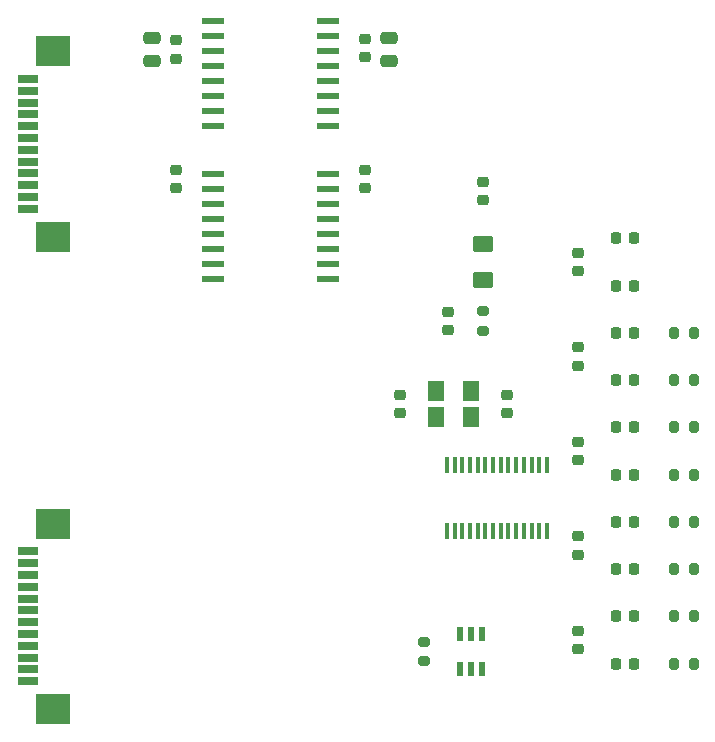
<source format=gbr>
%TF.GenerationSoftware,KiCad,Pcbnew,9.0.0*%
%TF.CreationDate,2025-02-28T13:48:11+03:00*%
%TF.ProjectId,PM_CNV-AI4_W,504d5f43-4e56-42d4-9149-345f572e6b69,rev?*%
%TF.SameCoordinates,Original*%
%TF.FileFunction,Paste,Top*%
%TF.FilePolarity,Positive*%
%FSLAX46Y46*%
G04 Gerber Fmt 4.6, Leading zero omitted, Abs format (unit mm)*
G04 Created by KiCad (PCBNEW 9.0.0) date 2025-02-28 13:48:11*
%MOMM*%
%LPD*%
G01*
G04 APERTURE LIST*
G04 Aperture macros list*
%AMRoundRect*
0 Rectangle with rounded corners*
0 $1 Rounding radius*
0 $2 $3 $4 $5 $6 $7 $8 $9 X,Y pos of 4 corners*
0 Add a 4 corners polygon primitive as box body*
4,1,4,$2,$3,$4,$5,$6,$7,$8,$9,$2,$3,0*
0 Add four circle primitives for the rounded corners*
1,1,$1+$1,$2,$3*
1,1,$1+$1,$4,$5*
1,1,$1+$1,$6,$7*
1,1,$1+$1,$8,$9*
0 Add four rect primitives between the rounded corners*
20,1,$1+$1,$2,$3,$4,$5,0*
20,1,$1+$1,$4,$5,$6,$7,0*
20,1,$1+$1,$6,$7,$8,$9,0*
20,1,$1+$1,$8,$9,$2,$3,0*%
G04 Aperture macros list end*
%ADD10RoundRect,0.200000X-0.200000X-0.275000X0.200000X-0.275000X0.200000X0.275000X-0.200000X0.275000X0*%
%ADD11RoundRect,0.225000X0.250000X-0.225000X0.250000X0.225000X-0.250000X0.225000X-0.250000X-0.225000X0*%
%ADD12RoundRect,0.225000X0.225000X0.250000X-0.225000X0.250000X-0.225000X-0.250000X0.225000X-0.250000X0*%
%ADD13RoundRect,0.200000X-0.275000X0.200000X-0.275000X-0.200000X0.275000X-0.200000X0.275000X0.200000X0*%
%ADD14RoundRect,0.250000X0.475000X-0.250000X0.475000X0.250000X-0.475000X0.250000X-0.475000X-0.250000X0*%
%ADD15RoundRect,0.250001X0.624999X-0.462499X0.624999X0.462499X-0.624999X0.462499X-0.624999X-0.462499X0*%
%ADD16R,1.803400X0.635000*%
%ADD17R,2.997200X2.590800*%
%ADD18RoundRect,0.200000X0.275000X-0.200000X0.275000X0.200000X-0.275000X0.200000X-0.275000X-0.200000X0*%
%ADD19R,1.397000X1.738275*%
%ADD20R,1.854200X0.482600*%
%ADD21R,0.558800X1.181100*%
%ADD22R,0.355600X1.473200*%
%ADD23RoundRect,0.225000X-0.250000X0.225000X-0.250000X-0.225000X0.250000X-0.225000X0.250000X0.225000X0*%
G04 APERTURE END LIST*
D10*
%TO.C,R4*%
X21175000Y6000000D03*
X22825000Y6000000D03*
%TD*%
D11*
%TO.C,C11*%
X-21000000Y37225000D03*
X-21000000Y38775000D03*
%TD*%
D10*
%TO.C,R8*%
X21175000Y-10000000D03*
X22825000Y-10000000D03*
%TD*%
D12*
%TO.C,C15*%
X17775000Y14000000D03*
X16225000Y14000000D03*
%TD*%
%TO.C,C13*%
X17775000Y10000000D03*
X16225000Y10000000D03*
%TD*%
D11*
%TO.C,C40*%
X2000000Y14225000D03*
X2000000Y15775000D03*
%TD*%
%TO.C,C29*%
X13000000Y-12775000D03*
X13000000Y-11225000D03*
%TD*%
%TO.C,C14*%
X13000000Y11225000D03*
X13000000Y12775000D03*
%TD*%
D12*
%TO.C,C19*%
X17775000Y18000000D03*
X16225000Y18000000D03*
%TD*%
D11*
%TO.C,C17*%
X13000000Y3225000D03*
X13000000Y4775000D03*
%TD*%
D12*
%TO.C,C21*%
X17775000Y22000000D03*
X16225000Y22000000D03*
%TD*%
D13*
%TO.C,R9*%
X5000000Y15825000D03*
X5000000Y14175000D03*
%TD*%
D12*
%TO.C,C25*%
X17775000Y-6000000D03*
X16225000Y-6000000D03*
%TD*%
D10*
%TO.C,R1*%
X21175000Y10000000D03*
X22825000Y10000000D03*
%TD*%
D14*
%TO.C,C12*%
X-23000000Y37050000D03*
X-23000000Y38950000D03*
%TD*%
D12*
%TO.C,C16*%
X17775000Y2000000D03*
X16225000Y2000000D03*
%TD*%
D11*
%TO.C,C1*%
X-2000000Y7225000D03*
X-2000000Y8775000D03*
%TD*%
%TO.C,C38*%
X-5000000Y37325000D03*
X-5000000Y38875000D03*
%TD*%
D15*
%TO.C,L1*%
X5000000Y18512500D03*
X5000000Y21487500D03*
%TD*%
D16*
%TO.C,J6*%
X-33556000Y-15499992D03*
X-33556000Y-14499994D03*
X-33556000Y-13499996D03*
X-33556000Y-12499998D03*
X-33556000Y-11500000D03*
X-33556000Y-10500000D03*
X-33556000Y-9500000D03*
X-33556000Y-8500000D03*
X-33556000Y-7500002D03*
X-33556000Y-6500004D03*
X-33556000Y-5500006D03*
X-33556000Y-4500008D03*
D17*
X-31385999Y-17850003D03*
X-31385999Y-2149997D03*
%TD*%
D18*
%TO.C,R11*%
X0Y-13825000D03*
X0Y-12175000D03*
%TD*%
D19*
%TO.C,C3*%
X1000000Y6913337D03*
X1000000Y9086663D03*
%TD*%
D12*
%TO.C,C27*%
X17775000Y-2000000D03*
X16225000Y-2000000D03*
%TD*%
D20*
%TO.C,U8*%
X-17876800Y27445000D03*
X-17876800Y26175000D03*
X-17876800Y24905000D03*
X-17876800Y23635000D03*
X-17876800Y22365000D03*
X-17876800Y21095000D03*
X-17876800Y19825000D03*
X-17876800Y18555000D03*
X-8123200Y18555000D03*
X-8123200Y19825000D03*
X-8123200Y21095000D03*
X-8123200Y22365000D03*
X-8123200Y23635000D03*
X-8123200Y24905000D03*
X-8123200Y26175000D03*
X-8123200Y27445000D03*
%TD*%
D11*
%TO.C,C26*%
X13000000Y-4775000D03*
X13000000Y-3225000D03*
%TD*%
D21*
%TO.C,U5*%
X4950001Y-11533150D03*
X4000000Y-11533150D03*
X3049999Y-11533150D03*
X3049999Y-14466850D03*
X4000000Y-14466850D03*
X4950001Y-14466850D03*
%TD*%
D12*
%TO.C,C28*%
X17775000Y-14000000D03*
X16225000Y-14000000D03*
%TD*%
D11*
%TO.C,C39*%
X5000000Y25225000D03*
X5000000Y26775000D03*
%TD*%
D14*
%TO.C,C37*%
X-3000000Y37050000D03*
X-3000000Y38950000D03*
%TD*%
D22*
%TO.C,U7*%
X1950000Y-2819400D03*
X2600001Y-2819400D03*
X3250000Y-2819400D03*
X3900001Y-2819400D03*
X4549999Y-2819400D03*
X5200001Y-2819400D03*
X5849999Y-2819400D03*
X6499998Y-2819400D03*
X7149999Y-2819400D03*
X7799998Y-2819400D03*
X8449999Y-2819400D03*
X9099998Y-2819400D03*
X9749999Y-2819400D03*
X10399998Y-2819400D03*
X10400000Y2819400D03*
X9749999Y2819400D03*
X9100000Y2819400D03*
X8449999Y2819400D03*
X7800001Y2819400D03*
X7149999Y2819400D03*
X6500001Y2819400D03*
X5849999Y2819400D03*
X5200001Y2819400D03*
X4549999Y2819400D03*
X3900001Y2819400D03*
X3250000Y2819400D03*
X2600001Y2819400D03*
X1950000Y2819400D03*
%TD*%
D11*
%TO.C,C7*%
X7000000Y7225000D03*
X7000000Y8775000D03*
%TD*%
D10*
%TO.C,R6*%
X21175000Y-2000000D03*
X22825000Y-2000000D03*
%TD*%
D16*
%TO.C,J2*%
X-33556000Y24500008D03*
X-33556000Y25500006D03*
X-33556000Y26500004D03*
X-33556000Y27500002D03*
X-33556000Y28500000D03*
X-33556000Y29500000D03*
X-33556000Y30500000D03*
X-33556000Y31500000D03*
X-33556000Y32499998D03*
X-33556000Y33499996D03*
X-33556000Y34499994D03*
X-33556000Y35499992D03*
D17*
X-31385999Y22149997D03*
X-31385999Y37850003D03*
%TD*%
D11*
%TO.C,C20*%
X13000000Y19225000D03*
X13000000Y20775000D03*
%TD*%
D12*
%TO.C,C30*%
X17775000Y-10000000D03*
X16225000Y-10000000D03*
%TD*%
D10*
%TO.C,R2*%
X21175000Y14000000D03*
X22825000Y14000000D03*
%TD*%
D12*
%TO.C,C18*%
X17775000Y6000000D03*
X16225000Y6000000D03*
%TD*%
D10*
%TO.C,R5*%
X21175000Y-6000000D03*
X22825000Y-6000000D03*
%TD*%
D19*
%TO.C,C9*%
X4000000Y6913337D03*
X4000000Y9086663D03*
%TD*%
D11*
%TO.C,C6*%
X-5000000Y26225000D03*
X-5000000Y27775000D03*
%TD*%
D20*
%TO.C,U4*%
X-17876800Y40445000D03*
X-17876800Y39175000D03*
X-17876800Y37905000D03*
X-17876800Y36635000D03*
X-17876800Y35365000D03*
X-17876800Y34095000D03*
X-17876800Y32825000D03*
X-17876800Y31555000D03*
X-8123200Y31555000D03*
X-8123200Y32825000D03*
X-8123200Y34095000D03*
X-8123200Y35365000D03*
X-8123200Y36635000D03*
X-8123200Y37905000D03*
X-8123200Y39175000D03*
X-8123200Y40445000D03*
%TD*%
D23*
%TO.C,C5*%
X-21000000Y27775000D03*
X-21000000Y26225000D03*
%TD*%
D10*
%TO.C,R3*%
X21175000Y2000000D03*
X22825000Y2000000D03*
%TD*%
%TO.C,R7*%
X21175000Y-14000000D03*
X22825000Y-14000000D03*
%TD*%
M02*

</source>
